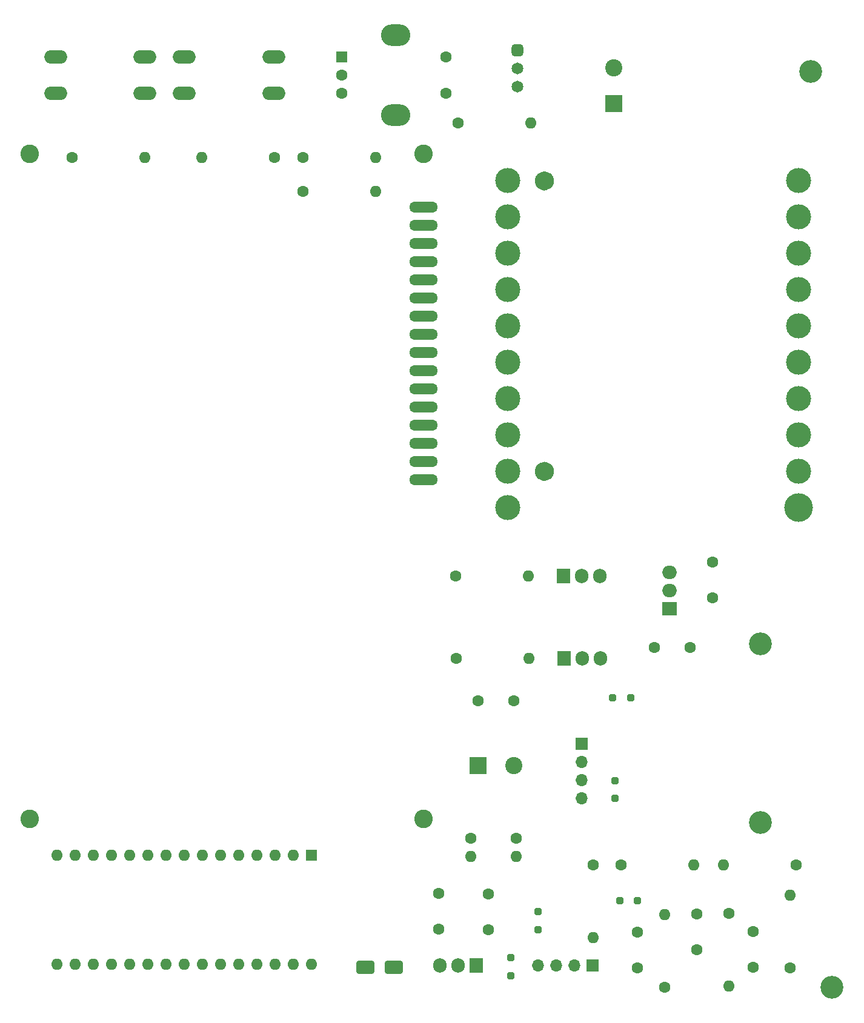
<source format=gbr>
%TF.GenerationSoftware,KiCad,Pcbnew,8.0.3*%
%TF.CreationDate,2025-04-27T13:18:50+02:00*%
%TF.ProjectId,Motherboard,4d6f7468-6572-4626-9f61-72642e6b6963,v1.0*%
%TF.SameCoordinates,Original*%
%TF.FileFunction,Soldermask,Top*%
%TF.FilePolarity,Negative*%
%FSLAX46Y46*%
G04 Gerber Fmt 4.6, Leading zero omitted, Abs format (unit mm)*
G04 Created by KiCad (PCBNEW 8.0.3) date 2025-04-27 13:18:50*
%MOMM*%
%LPD*%
G01*
G04 APERTURE LIST*
G04 Aperture macros list*
%AMRoundRect*
0 Rectangle with rounded corners*
0 $1 Rounding radius*
0 $2 $3 $4 $5 $6 $7 $8 $9 X,Y pos of 4 corners*
0 Add a 4 corners polygon primitive as box body*
4,1,4,$2,$3,$4,$5,$6,$7,$8,$9,$2,$3,0*
0 Add four circle primitives for the rounded corners*
1,1,$1+$1,$2,$3*
1,1,$1+$1,$4,$5*
1,1,$1+$1,$6,$7*
1,1,$1+$1,$8,$9*
0 Add four rect primitives between the rounded corners*
20,1,$1+$1,$2,$3,$4,$5,0*
20,1,$1+$1,$4,$5,$6,$7,0*
20,1,$1+$1,$6,$7,$8,$9,0*
20,1,$1+$1,$8,$9,$2,$3,0*%
G04 Aperture macros list end*
%ADD10C,1.350000*%
%ADD11C,1.600000*%
%ADD12O,1.600000X1.600000*%
%ADD13R,2.400000X2.400000*%
%ADD14C,2.400000*%
%ADD15C,3.200000*%
%ADD16C,3.500000*%
%ADD17C,4.000000*%
%ADD18O,3.200000X1.900000*%
%ADD19R,2.000000X1.905000*%
%ADD20O,2.000000X1.905000*%
%ADD21R,1.600000X1.600000*%
%ADD22RoundRect,0.250000X0.250000X0.250000X-0.250000X0.250000X-0.250000X-0.250000X0.250000X-0.250000X0*%
%ADD23R,1.700000X1.700000*%
%ADD24O,1.700000X1.700000*%
%ADD25RoundRect,0.412500X-0.412500X0.412500X-0.412500X-0.412500X0.412500X-0.412500X0.412500X0.412500X0*%
%ADD26C,1.650000*%
%ADD27RoundRect,0.250000X-0.250000X0.250000X-0.250000X-0.250000X0.250000X-0.250000X0.250000X0.250000X0*%
%ADD28R,1.905000X2.000000*%
%ADD29O,1.905000X2.000000*%
%ADD30RoundRect,0.250000X0.250000X-0.250000X0.250000X0.250000X-0.250000X0.250000X-0.250000X-0.250000X0*%
%ADD31RoundRect,0.250000X-1.000000X-0.650000X1.000000X-0.650000X1.000000X0.650000X-1.000000X0.650000X0*%
%ADD32RoundRect,0.250000X-0.550000X-0.550000X0.550000X-0.550000X0.550000X0.550000X-0.550000X0.550000X0*%
%ADD33O,4.100000X3.000000*%
%ADD34RoundRect,0.250000X-0.250000X-0.250000X0.250000X-0.250000X0.250000X0.250000X-0.250000X0.250000X0*%
%ADD35C,2.600000*%
%ADD36O,4.000500X1.501140*%
G04 APERTURE END LIST*
D10*
X125475000Y-112900000D02*
G75*
G02*
X124125000Y-112900000I-675000J0D01*
G01*
X124125000Y-112900000D02*
G75*
G02*
X125475000Y-112900000I675000J0D01*
G01*
X125475000Y-72300000D02*
G75*
G02*
X124125000Y-72300000I-675000J0D01*
G01*
X124125000Y-72300000D02*
G75*
G02*
X125475000Y-72300000I675000J0D01*
G01*
D11*
%TO.C,C4*%
X115500000Y-145000000D03*
X120500000Y-145000000D03*
%TD*%
%TO.C,R13*%
X120900000Y-164160000D03*
D12*
X120900000Y-166700000D03*
%TD*%
D13*
%TO.C,C6*%
X134500000Y-61473959D03*
D14*
X134500000Y-56473959D03*
%TD*%
D11*
%TO.C,R6*%
X91050000Y-69050000D03*
D12*
X101210000Y-69050001D03*
%TD*%
D15*
%TO.C,REF\u002A\u002A*%
X155000000Y-162000000D03*
%TD*%
D11*
%TO.C,R7*%
X91020000Y-73800000D03*
D12*
X101180000Y-73800000D03*
%TD*%
D16*
%TO.C,T1*%
X160320000Y-97660000D03*
X160320000Y-102740000D03*
X160320000Y-107820000D03*
X160320000Y-112900000D03*
D17*
X160320000Y-117980000D03*
D16*
X119680000Y-72260000D03*
X119680000Y-77340000D03*
X119680000Y-82420000D03*
X119680000Y-87500000D03*
X119680000Y-92580000D03*
X119680000Y-97660000D03*
X119680000Y-102740000D03*
X119680000Y-107820000D03*
X119680000Y-112900000D03*
X119680000Y-117980000D03*
X160320000Y-72260000D03*
X160320000Y-77340000D03*
X160320000Y-82420000D03*
X160320000Y-87500000D03*
X160320000Y-92580000D03*
%TD*%
D11*
%TO.C,R15*%
X112520000Y-139000000D03*
D12*
X122680000Y-139000000D03*
%TD*%
D11*
%TO.C,C11*%
X110000000Y-171900000D03*
X110000000Y-176900000D03*
%TD*%
%TO.C,R10*%
X159980000Y-167900000D03*
D12*
X149820000Y-167900000D03*
%TD*%
D11*
%TO.C,R1*%
X141600000Y-184980000D03*
D12*
X141600000Y-174820000D03*
%TD*%
D18*
%TO.C,SW2*%
X74500000Y-55000000D03*
X87000000Y-55000000D03*
X74500000Y-60000000D03*
X87000000Y-60000000D03*
%TD*%
D19*
%TO.C,U1*%
X142300000Y-132100000D03*
D20*
X142300000Y-129560000D03*
X142300000Y-127020001D03*
%TD*%
D21*
%TO.C,A1*%
X92220000Y-166560000D03*
D12*
X89680000Y-166560000D03*
X87140001Y-166560000D03*
X84600000Y-166560000D03*
X82060000Y-166560000D03*
X79520000Y-166560000D03*
X76980000Y-166560000D03*
X74439999Y-166560000D03*
X71900000Y-166560000D03*
X69360000Y-166560000D03*
X66820000Y-166560000D03*
X64280001Y-166560000D03*
X61740000Y-166560000D03*
X59200000Y-166560000D03*
X56660000Y-166560000D03*
X56660000Y-181800000D03*
X59200000Y-181800000D03*
X61740000Y-181800000D03*
X64280000Y-181800000D03*
X66820000Y-181800000D03*
X69360000Y-181800000D03*
X71900000Y-181800000D03*
X74440000Y-181800000D03*
X76980000Y-181800000D03*
X79520000Y-181800000D03*
X82060000Y-181800000D03*
X84600000Y-181800000D03*
X87140000Y-181800000D03*
X89680000Y-181800000D03*
X92220000Y-181800000D03*
%TD*%
D11*
%TO.C,R9*%
X135500000Y-167900000D03*
D12*
X145660000Y-167900000D03*
%TD*%
D18*
%TO.C,SW1*%
X56500000Y-55000000D03*
X69000000Y-55000000D03*
X56500000Y-60000000D03*
X69000000Y-60000000D03*
%TD*%
D15*
%TO.C,REF\u002A\u002A*%
X162000000Y-57000000D03*
%TD*%
D11*
%TO.C,R14*%
X131600000Y-167920000D03*
D12*
X131600000Y-178080000D03*
%TD*%
D11*
%TO.C,R2*%
X58840000Y-69000000D03*
D12*
X69000000Y-69000000D03*
%TD*%
D22*
%TO.C,D6*%
X136849999Y-144500000D03*
X134350001Y-144500000D03*
%TD*%
D11*
%TO.C,C2*%
X146100000Y-174800000D03*
X146100000Y-179800000D03*
%TD*%
%TO.C,R8*%
X112720000Y-64200000D03*
D12*
X122880000Y-64200000D03*
%TD*%
D23*
%TO.C,REF\u002A\u002A*%
X130000000Y-151000000D03*
D24*
X130000000Y-153540000D03*
X130000000Y-156079999D03*
X130000000Y-158620000D03*
%TD*%
D11*
%TO.C,C9*%
X140200000Y-137500000D03*
X145200000Y-137500000D03*
%TD*%
%TO.C,R4*%
X87080000Y-69000000D03*
D12*
X76920000Y-69000000D03*
%TD*%
D13*
%TO.C,C5*%
X115500000Y-154000000D03*
D14*
X120500000Y-154000000D03*
%TD*%
D15*
%TO.C,REF\u002A\u002A*%
X155000000Y-137000000D03*
%TD*%
D11*
%TO.C,R12*%
X114500000Y-164160000D03*
D12*
X114500000Y-166700000D03*
%TD*%
D11*
%TO.C,R5*%
X112420000Y-127500000D03*
D12*
X122580000Y-127500000D03*
%TD*%
D25*
%TO.C,RV1*%
X121000000Y-54000000D03*
D26*
X121000000Y-56540000D03*
X121000000Y-59080000D03*
%TD*%
D27*
%TO.C,D5*%
X134700000Y-156100002D03*
X134700000Y-158600000D03*
%TD*%
D28*
%TO.C,Q2*%
X127520001Y-139000000D03*
D29*
X130060001Y-139000000D03*
X132600000Y-139000000D03*
%TD*%
D11*
%TO.C,R11*%
X159100000Y-182260000D03*
D12*
X159100000Y-172100000D03*
%TD*%
D28*
%TO.C,Q1*%
X127460000Y-127500000D03*
D29*
X130000000Y-127500000D03*
X132540000Y-127500000D03*
%TD*%
D11*
%TO.C,R3*%
X150600000Y-174720000D03*
D12*
X150600000Y-184880000D03*
%TD*%
D30*
%TO.C,D2*%
X120100000Y-183400000D03*
X120100000Y-180900002D03*
%TD*%
D31*
%TO.C,D1*%
X99800000Y-182200000D03*
X103800000Y-182200000D03*
%TD*%
D28*
%TO.C,U2*%
X115300000Y-182000000D03*
D29*
X112760000Y-182000000D03*
X110220001Y-182000000D03*
%TD*%
D23*
%TO.C,REF\u002A\u002A*%
X131540000Y-182000000D03*
D24*
X129000000Y-182000000D03*
X126460001Y-182000000D03*
X123920000Y-182000000D03*
%TD*%
D15*
%TO.C,REF\u002A\u002A*%
X165000000Y-185000000D03*
%TD*%
D11*
%TO.C,C10*%
X117000000Y-177000000D03*
X117000000Y-172000000D03*
%TD*%
D32*
%TO.C,SW3*%
X96500000Y-55000000D03*
D11*
X96500000Y-60000000D03*
X96500000Y-57500000D03*
X111000000Y-55000000D03*
X111000000Y-60000000D03*
D33*
X104000000Y-51900000D03*
X104000000Y-63100000D03*
%TD*%
D11*
%TO.C,C3*%
X154000000Y-182200000D03*
X154000000Y-177200000D03*
%TD*%
D34*
%TO.C,D4*%
X135300000Y-172900000D03*
X137800000Y-172900000D03*
%TD*%
D30*
%TO.C,D3*%
X123900000Y-176949999D03*
X123900000Y-174450001D03*
%TD*%
D11*
%TO.C,C1*%
X137800000Y-182300000D03*
X137800000Y-177300000D03*
%TD*%
%TO.C,C8*%
X148300000Y-130600000D03*
X148300000Y-125600000D03*
%TD*%
D35*
%TO.C,DS1*%
X107900000Y-68500000D03*
X52900000Y-68500000D03*
X107900000Y-161500000D03*
X52900000Y-161500000D03*
D36*
X107900580Y-76000840D03*
X107900580Y-78540840D03*
X107900580Y-81080840D03*
X107900580Y-83620840D03*
X107900580Y-86160840D03*
X107900580Y-88700840D03*
X107900580Y-91240840D03*
X107900580Y-93780840D03*
X107900580Y-96320840D03*
X107900580Y-98860840D03*
X107900580Y-101400840D03*
X107900580Y-103940840D03*
X107900580Y-106480840D03*
X107900580Y-109020840D03*
X107900580Y-111560840D03*
X107900580Y-114100840D03*
%TD*%
M02*

</source>
